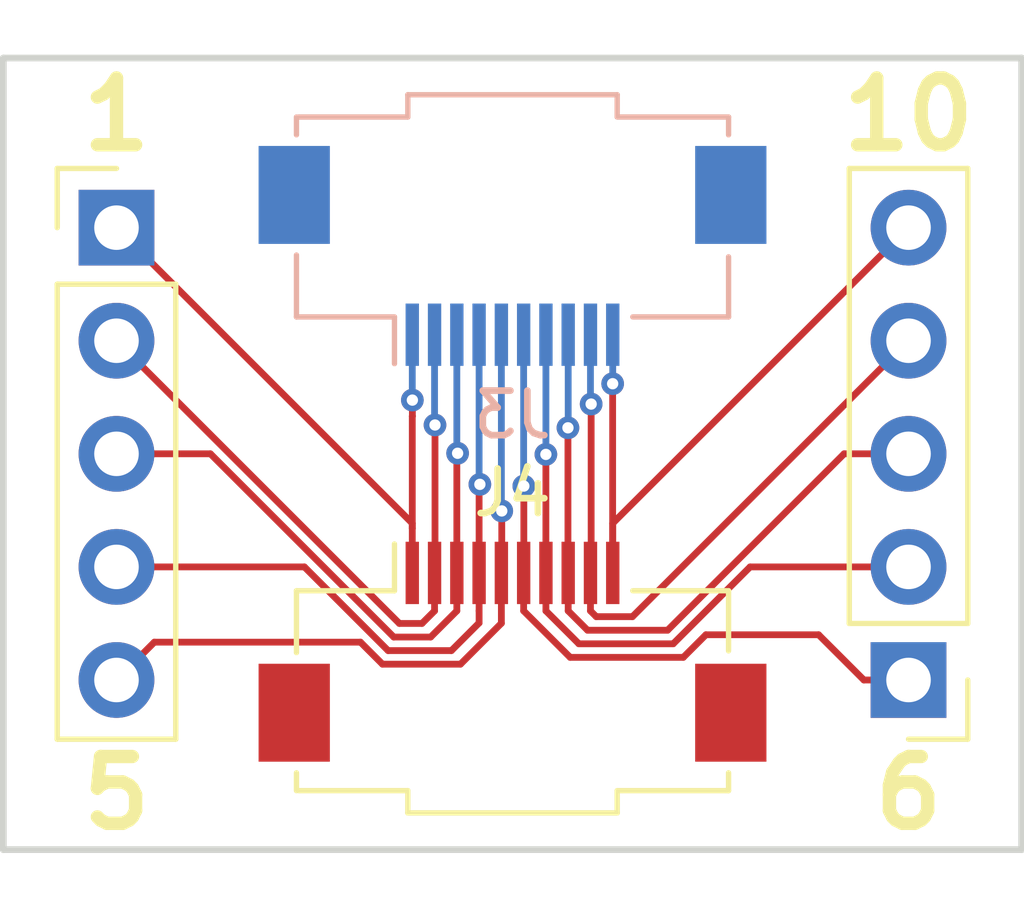
<source format=kicad_pcb>
(kicad_pcb (version 20171130) (host pcbnew "(5.0.0)")

  (general
    (thickness 1.6)
    (drawings 8)
    (tracks 98)
    (zones 0)
    (modules 4)
    (nets 11)
  )

  (page A4)
  (layers
    (0 F.Cu signal)
    (31 B.Cu signal)
    (32 B.Adhes user)
    (33 F.Adhes user)
    (34 B.Paste user)
    (35 F.Paste user)
    (36 B.SilkS user)
    (37 F.SilkS user)
    (38 B.Mask user)
    (39 F.Mask user)
    (40 Dwgs.User user)
    (41 Cmts.User user)
    (42 Eco1.User user)
    (43 Eco2.User user)
    (44 Edge.Cuts user)
    (45 Margin user)
    (46 B.CrtYd user)
    (47 F.CrtYd user)
    (48 B.Fab user)
    (49 F.Fab user)
  )

  (setup
    (last_trace_width 0.1524)
    (trace_clearance 0.1524)
    (zone_clearance 0.508)
    (zone_45_only no)
    (trace_min 0.1524)
    (segment_width 0.2)
    (edge_width 0.15)
    (via_size 0.508)
    (via_drill 0.254)
    (via_min_size 0.508)
    (via_min_drill 0.254)
    (uvia_size 0.508)
    (uvia_drill 0.254)
    (uvias_allowed no)
    (uvia_min_size 0.2)
    (uvia_min_drill 0.1)
    (pcb_text_width 0.3)
    (pcb_text_size 1.5 1.5)
    (mod_edge_width 0.15)
    (mod_text_size 1 1)
    (mod_text_width 0.15)
    (pad_size 1.524 1.524)
    (pad_drill 0.762)
    (pad_to_mask_clearance 0.0508)
    (aux_axis_origin 0 0)
    (visible_elements 7FFFEFFF)
    (pcbplotparams
      (layerselection 0x010fc_ffffffff)
      (usegerberextensions false)
      (usegerberattributes false)
      (usegerberadvancedattributes false)
      (creategerberjobfile false)
      (excludeedgelayer true)
      (linewidth 0.100000)
      (plotframeref false)
      (viasonmask false)
      (mode 1)
      (useauxorigin false)
      (hpglpennumber 1)
      (hpglpenspeed 20)
      (hpglpendiameter 15.000000)
      (psnegative false)
      (psa4output false)
      (plotreference true)
      (plotvalue true)
      (plotinvisibletext false)
      (padsonsilk false)
      (subtractmaskfromsilk false)
      (outputformat 1)
      (mirror false)
      (drillshape 1)
      (scaleselection 1)
      (outputdirectory ""))
  )

  (net 0 "")
  (net 1 "Net-(J1-Pad1)")
  (net 2 "Net-(J1-Pad2)")
  (net 3 "Net-(J1-Pad3)")
  (net 4 "Net-(J1-Pad4)")
  (net 5 "Net-(J1-Pad5)")
  (net 6 "Net-(J2-Pad5)")
  (net 7 "Net-(J2-Pad4)")
  (net 8 "Net-(J2-Pad3)")
  (net 9 "Net-(J2-Pad2)")
  (net 10 "Net-(J2-Pad1)")

  (net_class Default "This is the default net class."
    (clearance 0.1524)
    (trace_width 0.1524)
    (via_dia 0.508)
    (via_drill 0.254)
    (uvia_dia 0.508)
    (uvia_drill 0.254)
    (diff_pair_gap 0.1524)
    (diff_pair_width 0.1524)
    (add_net "Net-(J1-Pad1)")
    (add_net "Net-(J1-Pad2)")
    (add_net "Net-(J1-Pad3)")
    (add_net "Net-(J1-Pad4)")
    (add_net "Net-(J1-Pad5)")
    (add_net "Net-(J2-Pad1)")
    (add_net "Net-(J2-Pad2)")
    (add_net "Net-(J2-Pad3)")
    (add_net "Net-(J2-Pad4)")
    (add_net "Net-(J2-Pad5)")
  )

  (module Connector_PinHeader_2.54mm:PinHeader_1x05_P2.54mm_Vertical (layer F.Cu) (tedit 5BBFA2DB) (tstamp 5BCC1DB2)
    (at 132.08 101.6)
    (descr "Through hole straight pin header, 1x05, 2.54mm pitch, single row")
    (tags "Through hole pin header THT 1x05 2.54mm single row")
    (path /5BBEA986)
    (fp_text reference J1 (at 0 -2.33) (layer F.SilkS) hide
      (effects (font (size 1 1) (thickness 0.15)))
    )
    (fp_text value LEFT (at 0 12.49) (layer F.Fab)
      (effects (font (size 1 1) (thickness 0.15)))
    )
    (fp_line (start -0.635 -1.27) (end 1.27 -1.27) (layer F.Fab) (width 0.1))
    (fp_line (start 1.27 -1.27) (end 1.27 11.43) (layer F.Fab) (width 0.1))
    (fp_line (start 1.27 11.43) (end -1.27 11.43) (layer F.Fab) (width 0.1))
    (fp_line (start -1.27 11.43) (end -1.27 -0.635) (layer F.Fab) (width 0.1))
    (fp_line (start -1.27 -0.635) (end -0.635 -1.27) (layer F.Fab) (width 0.1))
    (fp_line (start -1.33 11.49) (end 1.33 11.49) (layer F.SilkS) (width 0.12))
    (fp_line (start -1.33 1.27) (end -1.33 11.49) (layer F.SilkS) (width 0.12))
    (fp_line (start 1.33 1.27) (end 1.33 11.49) (layer F.SilkS) (width 0.12))
    (fp_line (start -1.33 1.27) (end 1.33 1.27) (layer F.SilkS) (width 0.12))
    (fp_line (start -1.33 0) (end -1.33 -1.33) (layer F.SilkS) (width 0.12))
    (fp_line (start -1.33 -1.33) (end 0 -1.33) (layer F.SilkS) (width 0.12))
    (fp_line (start -1.8 -1.8) (end -1.8 11.95) (layer F.CrtYd) (width 0.05))
    (fp_line (start -1.8 11.95) (end 1.8 11.95) (layer F.CrtYd) (width 0.05))
    (fp_line (start 1.8 11.95) (end 1.8 -1.8) (layer F.CrtYd) (width 0.05))
    (fp_line (start 1.8 -1.8) (end -1.8 -1.8) (layer F.CrtYd) (width 0.05))
    (fp_text user %R (at 0 5.08 90) (layer F.Fab)
      (effects (font (size 1 1) (thickness 0.15)))
    )
    (pad 1 thru_hole rect (at 0 0) (size 1.7 1.7) (drill 1) (layers *.Cu *.Mask)
      (net 1 "Net-(J1-Pad1)"))
    (pad 2 thru_hole oval (at 0 2.54) (size 1.7 1.7) (drill 1) (layers *.Cu *.Mask)
      (net 2 "Net-(J1-Pad2)"))
    (pad 3 thru_hole oval (at 0 5.08) (size 1.7 1.7) (drill 1) (layers *.Cu *.Mask)
      (net 3 "Net-(J1-Pad3)"))
    (pad 4 thru_hole oval (at 0 7.62) (size 1.7 1.7) (drill 1) (layers *.Cu *.Mask)
      (net 4 "Net-(J1-Pad4)"))
    (pad 5 thru_hole oval (at 0 10.16) (size 1.7 1.7) (drill 1) (layers *.Cu *.Mask)
      (net 5 "Net-(J1-Pad5)"))
    (model ${KISYS3DMOD}/Connector_PinHeader_2.54mm.3dshapes/PinHeader_1x05_P2.54mm_Vertical.wrl
      (at (xyz 0 0 0))
      (scale (xyz 1 1 1))
      (rotate (xyz 0 0 0))
    )
  )

  (module Connector_PinHeader_2.54mm:PinHeader_1x05_P2.54mm_Vertical (layer F.Cu) (tedit 5BBFA2DD) (tstamp 5BCC260B)
    (at 149.86 111.76 180)
    (descr "Through hole straight pin header, 1x05, 2.54mm pitch, single row")
    (tags "Through hole pin header THT 1x05 2.54mm single row")
    (path /5BBEA9B8)
    (fp_text reference J2 (at 0 -2.33 180) (layer F.SilkS) hide
      (effects (font (size 1 1) (thickness 0.15)))
    )
    (fp_text value RIGHT (at 0 12.49 180) (layer F.Fab)
      (effects (font (size 1 1) (thickness 0.15)))
    )
    (fp_text user %R (at 0 5.08 270) (layer F.Fab)
      (effects (font (size 1 1) (thickness 0.15)))
    )
    (fp_line (start 1.8 -1.8) (end -1.8 -1.8) (layer F.CrtYd) (width 0.05))
    (fp_line (start 1.8 11.95) (end 1.8 -1.8) (layer F.CrtYd) (width 0.05))
    (fp_line (start -1.8 11.95) (end 1.8 11.95) (layer F.CrtYd) (width 0.05))
    (fp_line (start -1.8 -1.8) (end -1.8 11.95) (layer F.CrtYd) (width 0.05))
    (fp_line (start -1.33 -1.33) (end 0 -1.33) (layer F.SilkS) (width 0.12))
    (fp_line (start -1.33 0) (end -1.33 -1.33) (layer F.SilkS) (width 0.12))
    (fp_line (start -1.33 1.27) (end 1.33 1.27) (layer F.SilkS) (width 0.12))
    (fp_line (start 1.33 1.27) (end 1.33 11.49) (layer F.SilkS) (width 0.12))
    (fp_line (start -1.33 1.27) (end -1.33 11.49) (layer F.SilkS) (width 0.12))
    (fp_line (start -1.33 11.49) (end 1.33 11.49) (layer F.SilkS) (width 0.12))
    (fp_line (start -1.27 -0.635) (end -0.635 -1.27) (layer F.Fab) (width 0.1))
    (fp_line (start -1.27 11.43) (end -1.27 -0.635) (layer F.Fab) (width 0.1))
    (fp_line (start 1.27 11.43) (end -1.27 11.43) (layer F.Fab) (width 0.1))
    (fp_line (start 1.27 -1.27) (end 1.27 11.43) (layer F.Fab) (width 0.1))
    (fp_line (start -0.635 -1.27) (end 1.27 -1.27) (layer F.Fab) (width 0.1))
    (pad 5 thru_hole oval (at 0 10.16 180) (size 1.7 1.7) (drill 1) (layers *.Cu *.Mask)
      (net 6 "Net-(J2-Pad5)"))
    (pad 4 thru_hole oval (at 0 7.62 180) (size 1.7 1.7) (drill 1) (layers *.Cu *.Mask)
      (net 7 "Net-(J2-Pad4)"))
    (pad 3 thru_hole oval (at 0 5.08 180) (size 1.7 1.7) (drill 1) (layers *.Cu *.Mask)
      (net 8 "Net-(J2-Pad3)"))
    (pad 2 thru_hole oval (at 0 2.54 180) (size 1.7 1.7) (drill 1) (layers *.Cu *.Mask)
      (net 9 "Net-(J2-Pad2)"))
    (pad 1 thru_hole rect (at 0 0 180) (size 1.7 1.7) (drill 1) (layers *.Cu *.Mask)
      (net 10 "Net-(J2-Pad1)"))
    (model ${KISYS3DMOD}/Connector_PinHeader_2.54mm.3dshapes/PinHeader_1x05_P2.54mm_Vertical.wrl
      (at (xyz 0 0 0))
      (scale (xyz 1 1 1))
      (rotate (xyz 0 0 0))
    )
  )

  (module Connector_FFC-FPC:Molex_52892-1033_1x10-1MP_P0.5mm_Horizontal (layer B.Cu) (tedit 5BBF9966) (tstamp 5BC0C998)
    (at 140.97 102.235)
    (descr "0.50mm Pitch Easy-On FFC/FPC Connector, Right-Angle, Surface Mount, ZIF, Bottom Contact Style, Cable Retention Guide, 10 Circuits (https://www.molex.com/webdocs/datasheets/pdf/en-us/0528921033_FFC_FPC_CONNECTORS.pdf)")
    (tags "molex FFC/FPC connector Pitch 0.5mm right angle")
    (path /5BBEA06A)
    (attr smd)
    (fp_text reference J3 (at 0 3.57) (layer B.SilkS)
      (effects (font (size 1 1) (thickness 0.15)) (justify mirror))
    )
    (fp_text value FFC_10 (at 0 -4.9) (layer B.Fab)
      (effects (font (size 1 1) (thickness 0.15)) (justify mirror))
    )
    (fp_line (start -6 -3.97) (end -6 2.77) (layer B.CrtYd) (width 0.05))
    (fp_line (start 6 -3.98) (end -6 -3.98) (layer B.CrtYd) (width 0.05))
    (fp_line (start 6 2.77) (end 6 -3.97) (layer B.CrtYd) (width 0.05))
    (fp_line (start -6 2.77) (end 6 2.77) (layer B.CrtYd) (width 0.05))
    (fp_line (start -4.8 1.32) (end -4.8 -3.07) (layer B.Fab) (width 0.1))
    (fp_line (start -4.8 -3.08) (end -2.29 -3.08) (layer B.Fab) (width 0.1))
    (fp_line (start -2.28 -3.08) (end -2.28 -3.57) (layer B.Fab) (width 0.1))
    (fp_line (start 4.8 -3.08) (end 2.29 -3.08) (layer B.Fab) (width 0.1))
    (fp_line (start 4.8 1.33) (end 4.8 -3.08) (layer B.Fab) (width 0.1))
    (fp_line (start 2.28 -3.08) (end 2.28 -3.57) (layer B.Fab) (width 0.1))
    (fp_line (start -2.55 1.33) (end -4.8 1.33) (layer B.Fab) (width 0.1))
    (fp_line (start 2.55 1.33) (end 4.8 1.33) (layer B.Fab) (width 0.1))
    (fp_line (start -4.1 -3.38) (end -4.1 -0.28) (layer B.Fab) (width 0.1))
    (fp_line (start -2.85 -0.28) (end -2.85 -3.38) (layer B.Fab) (width 0.1))
    (fp_line (start 2.84 -3.38) (end 4.09 -3.38) (layer B.Fab) (width 0.1))
    (fp_line (start 4.09 -3.38) (end 4.09 -0.28) (layer B.Fab) (width 0.1))
    (fp_line (start 2.84 -0.28) (end 2.84 -3.38) (layer B.Fab) (width 0.1))
    (fp_line (start -4.1 -0.28) (end -2.85 -0.28) (layer B.Fab) (width 0.1))
    (fp_line (start -2.85 -3.38) (end -4.1 -3.38) (layer B.Fab) (width 0.1))
    (fp_line (start 4.09 -0.28) (end 2.84 -0.28) (layer B.Fab) (width 0.1))
    (fp_line (start -2.65 2.42) (end -2.65 1.37) (layer B.SilkS) (width 0.12))
    (fp_line (start -2.65 1.37) (end -4.85 1.37) (layer B.SilkS) (width 0.12))
    (fp_line (start -4.85 1.37) (end -4.85 -0.02) (layer B.SilkS) (width 0.12))
    (fp_line (start -4.85 -3.12) (end -4.85 -2.72) (layer B.SilkS) (width 0.12))
    (fp_line (start -4.8 -3.12) (end -2.35 -3.12) (layer B.SilkS) (width 0.12))
    (fp_line (start -2.35 -3.12) (end -2.35 -3.62) (layer B.SilkS) (width 0.12))
    (fp_line (start -2.35 -3.62) (end 2.35 -3.62) (layer B.SilkS) (width 0.12))
    (fp_line (start 2.35 -3.62) (end 2.35 -3.125) (layer B.SilkS) (width 0.12))
    (fp_line (start 2.35 -3.12) (end 4.85 -3.12) (layer B.SilkS) (width 0.12))
    (fp_line (start 4.85 -3.12) (end 4.85 -2.72) (layer B.SilkS) (width 0.12))
    (fp_line (start 4.85 0.02) (end 4.85 1.37) (layer B.SilkS) (width 0.12))
    (fp_line (start 4.85 1.37) (end 2.7 1.37) (layer B.SilkS) (width 0.12))
    (fp_line (start -2.55 0.98) (end -2.25 0.58) (layer B.Fab) (width 0.1))
    (fp_line (start -2.25 0.58) (end -1.95 0.98) (layer B.Fab) (width 0.1))
    (fp_line (start 2.55 1.33) (end 2.55 0.98) (layer B.Fab) (width 0.1))
    (fp_line (start 2.55 0.98) (end -2.55 0.98) (layer B.Fab) (width 0.1))
    (fp_line (start -2.55 0.97) (end -2.55 1.33) (layer B.Fab) (width 0.1))
    (fp_line (start -4.1 -0.82) (end -3.6 -0.32) (layer Dwgs.User) (width 0.1))
    (fp_line (start -4.1 -1.62) (end -2.85 -0.37) (layer Dwgs.User) (width 0.1))
    (fp_line (start -4.1 -2.42) (end -2.85 -1.17) (layer Dwgs.User) (width 0.1))
    (fp_line (start -4.1 -3.22) (end -2.85 -1.97) (layer Dwgs.User) (width 0.1))
    (fp_line (start -3.45 -3.37) (end -2.85 -2.77) (layer Dwgs.User) (width 0.1))
    (fp_line (start 3.5 -3.37) (end 4.1 -2.77) (layer Dwgs.User) (width 0.1))
    (fp_line (start 2.85 -0.82) (end 3.35 -0.325) (layer Dwgs.User) (width 0.1))
    (fp_line (start 2.85 -2.42) (end 4.1 -1.17) (layer Dwgs.User) (width 0.1))
    (fp_line (start 2.85 -1.62) (end 4.1 -0.37) (layer Dwgs.User) (width 0.1))
    (fp_line (start 2.85 -3.22) (end 4.1 -1.97) (layer Dwgs.User) (width 0.1))
    (fp_text user %R (at 0.02 -1.28) (layer B.Fab)
      (effects (font (size 1 1) (thickness 0.15)) (justify mirror))
    )
    (fp_line (start -2.28 -3.57) (end 2.28 -3.57) (layer B.Fab) (width 0.1))
    (pad MP smd rect (at -4.9 -1.37) (size 1.6 2.2) (layers B.Cu B.Paste B.Mask))
    (pad MP smd rect (at 4.9 -1.37) (size 1.6 2.2) (layers B.Cu B.Paste B.Mask))
    (pad 1 smd rect (at -2.25 1.77) (size 0.3 1.4) (layers B.Cu B.Paste B.Mask)
      (net 1 "Net-(J1-Pad1)"))
    (pad 2 smd rect (at -1.75 1.77) (size 0.3 1.4) (layers B.Cu B.Paste B.Mask)
      (net 2 "Net-(J1-Pad2)"))
    (pad 3 smd rect (at -1.25 1.77) (size 0.3 1.4) (layers B.Cu B.Paste B.Mask)
      (net 3 "Net-(J1-Pad3)"))
    (pad 4 smd rect (at -0.75 1.77) (size 0.3 1.4) (layers B.Cu B.Paste B.Mask)
      (net 4 "Net-(J1-Pad4)"))
    (pad 5 smd rect (at -0.25 1.77) (size 0.3 1.4) (layers B.Cu B.Paste B.Mask)
      (net 5 "Net-(J1-Pad5)"))
    (pad 6 smd rect (at 0.25 1.77) (size 0.3 1.4) (layers B.Cu B.Paste B.Mask)
      (net 10 "Net-(J2-Pad1)"))
    (pad 7 smd rect (at 0.75 1.77) (size 0.3 1.4) (layers B.Cu B.Paste B.Mask)
      (net 9 "Net-(J2-Pad2)"))
    (pad 8 smd rect (at 1.25 1.77) (size 0.3 1.4) (layers B.Cu B.Paste B.Mask)
      (net 8 "Net-(J2-Pad3)"))
    (pad 9 smd rect (at 1.75 1.77) (size 0.3 1.4) (layers B.Cu B.Paste B.Mask)
      (net 7 "Net-(J2-Pad4)"))
    (pad 10 smd rect (at 2.25 1.77) (size 0.3 1.4) (layers B.Cu B.Paste B.Mask)
      (net 6 "Net-(J2-Pad5)"))
    (model ${KISYS3DMOD}/Connector_FFC-FPC.3dshapes/Molex_502244-1530_1x15-1MP_P0.5mm_Horizontal.wrl
      (at (xyz 0 0 0))
      (scale (xyz 1 1 1))
      (rotate (xyz 0 0 0))
    )
  )

  (module Connector_FFC-FPC:Molex_52892-1033_1x10-1MP_P0.5mm_Horizontal (layer F.Cu) (tedit 5BBF9966) (tstamp 5BC0C0E9)
    (at 140.97 111.125)
    (descr "0.50mm Pitch Easy-On FFC/FPC Connector, Right-Angle, Surface Mount, ZIF, Bottom Contact Style, Cable Retention Guide, 10 Circuits (https://www.molex.com/webdocs/datasheets/pdf/en-us/0528921033_FFC_FPC_CONNECTORS.pdf)")
    (tags "molex FFC/FPC connector Pitch 0.5mm right angle")
    (path /5BC0B8DA)
    (attr smd)
    (fp_text reference J4 (at 0 -3.57) (layer F.SilkS)
      (effects (font (size 1 1) (thickness 0.15)))
    )
    (fp_text value FFC_10 (at 0 4.9) (layer F.Fab)
      (effects (font (size 1 1) (thickness 0.15)))
    )
    (fp_line (start -6 3.97) (end -6 -2.77) (layer F.CrtYd) (width 0.05))
    (fp_line (start 6 3.98) (end -6 3.98) (layer F.CrtYd) (width 0.05))
    (fp_line (start 6 -2.77) (end 6 3.97) (layer F.CrtYd) (width 0.05))
    (fp_line (start -6 -2.77) (end 6 -2.77) (layer F.CrtYd) (width 0.05))
    (fp_line (start -4.8 -1.32) (end -4.8 3.07) (layer F.Fab) (width 0.1))
    (fp_line (start -4.8 3.08) (end -2.29 3.08) (layer F.Fab) (width 0.1))
    (fp_line (start -2.28 3.08) (end -2.28 3.57) (layer F.Fab) (width 0.1))
    (fp_line (start 4.8 3.08) (end 2.29 3.08) (layer F.Fab) (width 0.1))
    (fp_line (start 4.8 -1.33) (end 4.8 3.08) (layer F.Fab) (width 0.1))
    (fp_line (start 2.28 3.08) (end 2.28 3.57) (layer F.Fab) (width 0.1))
    (fp_line (start -2.55 -1.33) (end -4.8 -1.33) (layer F.Fab) (width 0.1))
    (fp_line (start 2.55 -1.33) (end 4.8 -1.33) (layer F.Fab) (width 0.1))
    (fp_line (start -4.1 3.38) (end -4.1 0.28) (layer F.Fab) (width 0.1))
    (fp_line (start -2.85 0.28) (end -2.85 3.38) (layer F.Fab) (width 0.1))
    (fp_line (start 2.84 3.38) (end 4.09 3.38) (layer F.Fab) (width 0.1))
    (fp_line (start 4.09 3.38) (end 4.09 0.28) (layer F.Fab) (width 0.1))
    (fp_line (start 2.84 0.28) (end 2.84 3.38) (layer F.Fab) (width 0.1))
    (fp_line (start -4.1 0.28) (end -2.85 0.28) (layer F.Fab) (width 0.1))
    (fp_line (start -2.85 3.38) (end -4.1 3.38) (layer F.Fab) (width 0.1))
    (fp_line (start 4.09 0.28) (end 2.84 0.28) (layer F.Fab) (width 0.1))
    (fp_line (start -2.65 -2.42) (end -2.65 -1.37) (layer F.SilkS) (width 0.12))
    (fp_line (start -2.65 -1.37) (end -4.85 -1.37) (layer F.SilkS) (width 0.12))
    (fp_line (start -4.85 -1.37) (end -4.85 0.02) (layer F.SilkS) (width 0.12))
    (fp_line (start -4.85 3.12) (end -4.85 2.72) (layer F.SilkS) (width 0.12))
    (fp_line (start -4.8 3.12) (end -2.35 3.12) (layer F.SilkS) (width 0.12))
    (fp_line (start -2.35 3.12) (end -2.35 3.62) (layer F.SilkS) (width 0.12))
    (fp_line (start -2.35 3.62) (end 2.35 3.62) (layer F.SilkS) (width 0.12))
    (fp_line (start 2.35 3.62) (end 2.35 3.125) (layer F.SilkS) (width 0.12))
    (fp_line (start 2.35 3.12) (end 4.85 3.12) (layer F.SilkS) (width 0.12))
    (fp_line (start 4.85 3.12) (end 4.85 2.72) (layer F.SilkS) (width 0.12))
    (fp_line (start 4.85 -0.02) (end 4.85 -1.37) (layer F.SilkS) (width 0.12))
    (fp_line (start 4.85 -1.37) (end 2.7 -1.37) (layer F.SilkS) (width 0.12))
    (fp_line (start -2.55 -0.98) (end -2.25 -0.58) (layer F.Fab) (width 0.1))
    (fp_line (start -2.25 -0.58) (end -1.95 -0.98) (layer F.Fab) (width 0.1))
    (fp_line (start 2.55 -1.33) (end 2.55 -0.98) (layer F.Fab) (width 0.1))
    (fp_line (start 2.55 -0.98) (end -2.55 -0.98) (layer F.Fab) (width 0.1))
    (fp_line (start -2.55 -0.97) (end -2.55 -1.33) (layer F.Fab) (width 0.1))
    (fp_line (start -4.1 0.82) (end -3.6 0.32) (layer Dwgs.User) (width 0.1))
    (fp_line (start -4.1 1.62) (end -2.85 0.37) (layer Dwgs.User) (width 0.1))
    (fp_line (start -4.1 2.42) (end -2.85 1.17) (layer Dwgs.User) (width 0.1))
    (fp_line (start -4.1 3.22) (end -2.85 1.97) (layer Dwgs.User) (width 0.1))
    (fp_line (start -3.45 3.37) (end -2.85 2.77) (layer Dwgs.User) (width 0.1))
    (fp_line (start 3.5 3.37) (end 4.1 2.77) (layer Dwgs.User) (width 0.1))
    (fp_line (start 2.85 0.82) (end 3.35 0.325) (layer Dwgs.User) (width 0.1))
    (fp_line (start 2.85 2.42) (end 4.1 1.17) (layer Dwgs.User) (width 0.1))
    (fp_line (start 2.85 1.62) (end 4.1 0.37) (layer Dwgs.User) (width 0.1))
    (fp_line (start 2.85 3.22) (end 4.1 1.97) (layer Dwgs.User) (width 0.1))
    (fp_text user %R (at 0.02 1.28 180) (layer F.Fab)
      (effects (font (size 1 1) (thickness 0.15)))
    )
    (fp_line (start -2.28 3.57) (end 2.28 3.57) (layer F.Fab) (width 0.1))
    (pad MP smd rect (at -4.9 1.37) (size 1.6 2.2) (layers F.Cu F.Paste F.Mask))
    (pad MP smd rect (at 4.9 1.37) (size 1.6 2.2) (layers F.Cu F.Paste F.Mask))
    (pad 1 smd rect (at -2.25 -1.77) (size 0.3 1.4) (layers F.Cu F.Paste F.Mask)
      (net 1 "Net-(J1-Pad1)"))
    (pad 2 smd rect (at -1.75 -1.77) (size 0.3 1.4) (layers F.Cu F.Paste F.Mask)
      (net 2 "Net-(J1-Pad2)"))
    (pad 3 smd rect (at -1.25 -1.77) (size 0.3 1.4) (layers F.Cu F.Paste F.Mask)
      (net 3 "Net-(J1-Pad3)"))
    (pad 4 smd rect (at -0.75 -1.77) (size 0.3 1.4) (layers F.Cu F.Paste F.Mask)
      (net 4 "Net-(J1-Pad4)"))
    (pad 5 smd rect (at -0.25 -1.77) (size 0.3 1.4) (layers F.Cu F.Paste F.Mask)
      (net 5 "Net-(J1-Pad5)"))
    (pad 6 smd rect (at 0.25 -1.77) (size 0.3 1.4) (layers F.Cu F.Paste F.Mask)
      (net 10 "Net-(J2-Pad1)"))
    (pad 7 smd rect (at 0.75 -1.77) (size 0.3 1.4) (layers F.Cu F.Paste F.Mask)
      (net 9 "Net-(J2-Pad2)"))
    (pad 8 smd rect (at 1.25 -1.77) (size 0.3 1.4) (layers F.Cu F.Paste F.Mask)
      (net 8 "Net-(J2-Pad3)"))
    (pad 9 smd rect (at 1.75 -1.77) (size 0.3 1.4) (layers F.Cu F.Paste F.Mask)
      (net 7 "Net-(J2-Pad4)"))
    (pad 10 smd rect (at 2.25 -1.77) (size 0.3 1.4) (layers F.Cu F.Paste F.Mask)
      (net 6 "Net-(J2-Pad5)"))
    (model ${KISYS3DMOD}/Connector_FFC-FPC.3dshapes/Molex_502244-1530_1x15-1MP_P0.5mm_Horizontal.wrl
      (at (xyz 0 0 0))
      (scale (xyz 1 1 1))
      (rotate (xyz 0 0 0))
    )
  )

  (gr_text 6 (at 149.86 114.3) (layer F.SilkS) (tstamp 5BCC2B48)
    (effects (font (size 1.5 1.5) (thickness 0.3)))
  )
  (gr_text 5 (at 132.08 114.3) (layer F.SilkS) (tstamp 5BCC2B44)
    (effects (font (size 1.5 1.5) (thickness 0.3)))
  )
  (gr_text 10 (at 149.86 99.06) (layer F.SilkS) (tstamp 5BCC2B40)
    (effects (font (size 1.5 1.5) (thickness 0.3)))
  )
  (gr_text 1 (at 132.08 99.06) (layer F.SilkS)
    (effects (font (size 1.5 1.5) (thickness 0.3)))
  )
  (gr_line (start 129.54 97.79) (end 152.4 97.79) (layer Edge.Cuts) (width 0.15))
  (gr_line (start 129.54 115.57) (end 129.54 97.79) (layer Edge.Cuts) (width 0.15))
  (gr_line (start 152.4 115.57) (end 129.54 115.57) (layer Edge.Cuts) (width 0.15) (tstamp 5BCC2A9D))
  (gr_line (start 152.4 97.79) (end 152.4 115.57) (layer Edge.Cuts) (width 0.15))

  (segment (start 132.08 101.6) (end 138.72 108.24) (width 0.1524) (layer F.Cu) (net 1) (status 10))
  (via (at 138.7221 105.4735) (size 0.508) (drill 0.254) (layers F.Cu B.Cu) (net 1))
  (segment (start 138.72 104.005) (end 138.72 105.4714) (width 0.1524) (layer B.Cu) (net 1))
  (segment (start 138.72 105.4714) (end 138.7221 105.4735) (width 0.1524) (layer B.Cu) (net 1))
  (segment (start 138.72 105.83481) (end 138.72 108.3564) (width 0.1524) (layer F.Cu) (net 1))
  (segment (start 138.7221 105.83271) (end 138.72 105.83481) (width 0.1524) (layer F.Cu) (net 1))
  (segment (start 138.7221 105.4735) (end 138.7221 105.83271) (width 0.1524) (layer F.Cu) (net 1))
  (segment (start 138.72 108.24) (end 138.72 108.3564) (width 0.1524) (layer F.Cu) (net 1))
  (segment (start 138.72 108.3564) (end 138.72 109.355) (width 0.1524) (layer F.Cu) (net 1))
  (segment (start 139.22 110.208) (end 139.22 109.355) (width 0.1524) (layer F.Cu) (net 2))
  (segment (start 138.938 110.49) (end 139.22 110.208) (width 0.1524) (layer F.Cu) (net 2))
  (segment (start 138.43 110.49) (end 138.938 110.49) (width 0.1524) (layer F.Cu) (net 2))
  (segment (start 132.08 104.14) (end 138.43 110.49) (width 0.1524) (layer F.Cu) (net 2))
  (via (at 139.2301 106.0323) (size 0.508) (drill 0.254) (layers F.Cu B.Cu) (net 2))
  (segment (start 139.22 104.005) (end 139.22 106.0222) (width 0.1524) (layer B.Cu) (net 2))
  (segment (start 139.22 106.0222) (end 139.2301 106.0323) (width 0.1524) (layer B.Cu) (net 2))
  (segment (start 139.2301 109.3449) (end 139.22 109.355) (width 0.1524) (layer F.Cu) (net 2))
  (segment (start 139.2301 106.0323) (end 139.2301 109.3449) (width 0.1524) (layer F.Cu) (net 2))
  (segment (start 138.303744 110.794811) (end 139.132589 110.794811) (width 0.1524) (layer F.Cu) (net 3))
  (segment (start 139.72 110.2074) (end 139.72 109.355) (width 0.1524) (layer F.Cu) (net 3))
  (segment (start 134.188934 106.68) (end 138.303744 110.794811) (width 0.1524) (layer F.Cu) (net 3))
  (segment (start 132.08 106.68) (end 134.188934 106.68) (width 0.1524) (layer F.Cu) (net 3))
  (segment (start 139.132589 110.794811) (end 139.72 110.2074) (width 0.1524) (layer F.Cu) (net 3))
  (segment (start 139.72 106.64991) (end 139.73739 106.6673) (width 0.1524) (layer B.Cu) (net 3))
  (segment (start 139.72 106.68469) (end 139.73739 106.6673) (width 0.1524) (layer F.Cu) (net 3))
  (segment (start 139.72 104.005) (end 139.72 106.64991) (width 0.1524) (layer B.Cu) (net 3))
  (segment (start 139.72 109.355) (end 139.72 106.68469) (width 0.1524) (layer F.Cu) (net 3))
  (via (at 139.73739 106.6673) (size 0.508) (drill 0.254) (layers F.Cu B.Cu) (net 3))
  (segment (start 138.177488 111.099622) (end 139.598378 111.099622) (width 0.1524) (layer F.Cu) (net 4))
  (segment (start 140.22 110.2074) (end 140.22 109.355) (width 0.1524) (layer F.Cu) (net 4))
  (segment (start 139.598378 111.099622) (end 140.22 110.478) (width 0.1524) (layer F.Cu) (net 4))
  (segment (start 136.297867 109.22) (end 138.177488 111.099622) (width 0.1524) (layer F.Cu) (net 4))
  (segment (start 140.22 110.478) (end 140.22 110.2074) (width 0.1524) (layer F.Cu) (net 4))
  (segment (start 132.08 109.22) (end 136.297867 109.22) (width 0.1524) (layer F.Cu) (net 4))
  (segment (start 140.22 109.355) (end 140.22 107.38319) (width 0.1524) (layer F.Cu) (net 4))
  (segment (start 140.22 107.38319) (end 140.23739 107.3658) (width 0.1524) (layer F.Cu) (net 4))
  (segment (start 140.22 107.34841) (end 140.23739 107.3658) (width 0.1524) (layer B.Cu) (net 4))
  (segment (start 140.22 104.005) (end 140.22 107.34841) (width 0.1524) (layer B.Cu) (net 4))
  (via (at 140.23739 107.3658) (size 0.508) (drill 0.254) (layers F.Cu B.Cu) (net 4))
  (segment (start 140.72 109.355) (end 140.72 110.486) (width 0.1524) (layer F.Cu) (net 5))
  (segment (start 140.72 110.486) (end 139.801567 111.404433) (width 0.1524) (layer F.Cu) (net 5))
  (segment (start 139.801567 111.404433) (end 138.051232 111.404433) (width 0.1524) (layer F.Cu) (net 5))
  (segment (start 138.051232 111.404433) (end 137.5568 110.910001) (width 0.1524) (layer F.Cu) (net 5))
  (segment (start 132.929999 110.910001) (end 132.08 111.76) (width 0.1524) (layer F.Cu) (net 5))
  (segment (start 137.5568 110.910001) (end 132.929999 110.910001) (width 0.1524) (layer F.Cu) (net 5))
  (via (at 140.7287 107.9627) (size 0.508) (drill 0.254) (layers F.Cu B.Cu) (net 5))
  (segment (start 140.72 107.954) (end 140.7287 107.9627) (width 0.1524) (layer B.Cu) (net 5))
  (segment (start 140.72 104.005) (end 140.72 107.954) (width 0.1524) (layer B.Cu) (net 5))
  (segment (start 140.7287 109.3463) (end 140.72 109.355) (width 0.1524) (layer F.Cu) (net 5))
  (segment (start 140.7287 107.9627) (end 140.7287 109.3463) (width 0.1524) (layer F.Cu) (net 5))
  (segment (start 143.22 108.24) (end 143.22 109.355) (width 0.1524) (layer F.Cu) (net 6) (status 20))
  (segment (start 149.86 101.6) (end 143.22 108.24) (width 0.1524) (layer F.Cu) (net 6) (status 10))
  (via (at 143.2179 105.1052) (size 0.508) (drill 0.254) (layers F.Cu B.Cu) (net 6))
  (segment (start 143.22 104.005) (end 143.22 105.1031) (width 0.1524) (layer B.Cu) (net 6))
  (segment (start 143.22 105.1031) (end 143.2179 105.1052) (width 0.1524) (layer B.Cu) (net 6))
  (segment (start 143.2179 109.3529) (end 143.22 109.355) (width 0.1524) (layer F.Cu) (net 6))
  (segment (start 143.2179 105.1052) (end 143.2179 109.3529) (width 0.1524) (layer F.Cu) (net 6))
  (segment (start 142.72 110.2074) (end 142.72 109.355) (width 0.1524) (layer F.Cu) (net 7) (status 20))
  (segment (start 142.850167 110.337567) (end 142.72 110.2074) (width 0.1524) (layer F.Cu) (net 7))
  (segment (start 149.86 104.14) (end 143.662433 110.337567) (width 0.1524) (layer F.Cu) (net 7) (status 10))
  (segment (start 143.662433 110.337567) (end 142.850167 110.337567) (width 0.1524) (layer F.Cu) (net 7))
  (via (at 142.7353 105.5624) (size 0.508) (drill 0.254) (layers F.Cu B.Cu) (net 7))
  (segment (start 142.72 104.005) (end 142.72 105.5471) (width 0.1524) (layer B.Cu) (net 7))
  (segment (start 142.72 105.5471) (end 142.7353 105.5624) (width 0.1524) (layer B.Cu) (net 7))
  (segment (start 142.7353 109.3397) (end 142.72 109.355) (width 0.1524) (layer F.Cu) (net 7))
  (segment (start 142.7353 105.5624) (end 142.7353 109.3397) (width 0.1524) (layer F.Cu) (net 7))
  (segment (start 144.450556 110.642378) (end 142.654978 110.642378) (width 0.1524) (layer F.Cu) (net 8))
  (segment (start 142.22 110.2074) (end 142.22 109.355) (width 0.1524) (layer F.Cu) (net 8) (status 20))
  (segment (start 149.86 106.68) (end 148.412933 106.68) (width 0.1524) (layer F.Cu) (net 8) (status 10))
  (segment (start 148.412933 106.68) (end 144.450556 110.642378) (width 0.1524) (layer F.Cu) (net 8))
  (segment (start 142.654978 110.642378) (end 142.22 110.2074) (width 0.1524) (layer F.Cu) (net 8))
  (via (at 142.2146 106.0958) (size 0.508) (drill 0.254) (layers F.Cu B.Cu) (net 8))
  (segment (start 142.22 104.005) (end 142.22 106.0904) (width 0.1524) (layer B.Cu) (net 8))
  (segment (start 142.22 106.0904) (end 142.2146 106.0958) (width 0.1524) (layer B.Cu) (net 8))
  (segment (start 142.2146 109.3496) (end 142.22 109.355) (width 0.1524) (layer F.Cu) (net 8))
  (segment (start 142.2146 106.0958) (end 142.2146 109.3496) (width 0.1524) (layer F.Cu) (net 8))
  (segment (start 141.72 110.2074) (end 141.72 109.355) (width 0.1524) (layer F.Cu) (net 9) (status 20))
  (segment (start 142.459789 110.947189) (end 141.72 110.2074) (width 0.1524) (layer F.Cu) (net 9))
  (segment (start 144.576811 110.947189) (end 142.459789 110.947189) (width 0.1524) (layer F.Cu) (net 9))
  (segment (start 146.304 109.22) (end 144.576811 110.947189) (width 0.1524) (layer F.Cu) (net 9))
  (segment (start 149.86 109.22) (end 146.304 109.22) (width 0.1524) (layer F.Cu) (net 9) (status 10))
  (via (at 141.7193 106.6927) (size 0.508) (drill 0.254) (layers F.Cu B.Cu) (net 9))
  (segment (start 141.72 104.005) (end 141.72 106.692) (width 0.1524) (layer B.Cu) (net 9))
  (segment (start 141.72 106.692) (end 141.7193 106.6927) (width 0.1524) (layer B.Cu) (net 9))
  (segment (start 141.7193 109.3543) (end 141.72 109.355) (width 0.1524) (layer F.Cu) (net 9))
  (segment (start 141.7193 106.6927) (end 141.7193 109.3543) (width 0.1524) (layer F.Cu) (net 9))
  (segment (start 141.22 110.2074) (end 141.22 109.355) (width 0.1524) (layer F.Cu) (net 10) (status 20))
  (segment (start 148.8576 111.76) (end 147.8416 110.744) (width 0.1524) (layer F.Cu) (net 10))
  (segment (start 149.86 111.76) (end 148.8576 111.76) (width 0.1524) (layer F.Cu) (net 10) (status 10))
  (segment (start 147.8416 110.744) (end 145.311201 110.744) (width 0.1524) (layer F.Cu) (net 10))
  (segment (start 145.311201 110.744) (end 144.803201 111.252) (width 0.1524) (layer F.Cu) (net 10))
  (segment (start 144.803201 111.252) (end 142.2646 111.252) (width 0.1524) (layer F.Cu) (net 10))
  (segment (start 142.2646 111.252) (end 141.22 110.2074) (width 0.1524) (layer F.Cu) (net 10))
  (via (at 141.224 107.4039) (size 0.508) (drill 0.254) (layers F.Cu B.Cu) (net 10))
  (segment (start 141.22 104.005) (end 141.22 107.3999) (width 0.1524) (layer B.Cu) (net 10))
  (segment (start 141.22 107.3999) (end 141.224 107.4039) (width 0.1524) (layer B.Cu) (net 10))
  (segment (start 141.224 109.351) (end 141.22 109.355) (width 0.1524) (layer F.Cu) (net 10))
  (segment (start 141.224 107.4039) (end 141.224 109.351) (width 0.1524) (layer F.Cu) (net 10))

)

</source>
